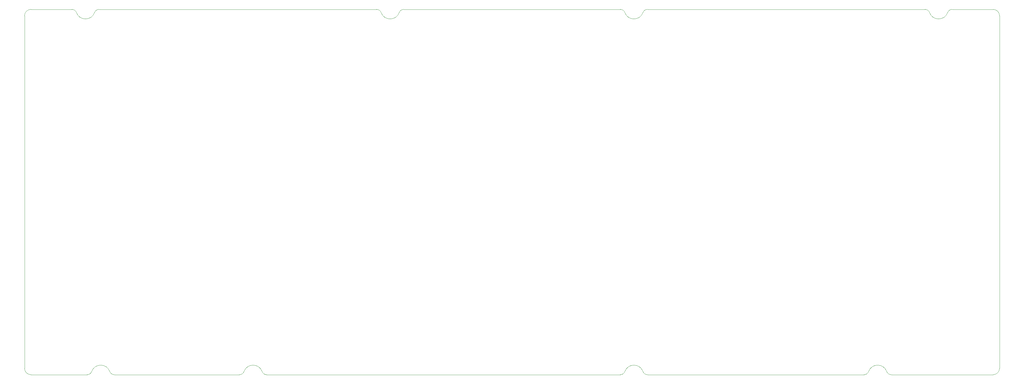
<source format=gm1>
G04 #@! TF.GenerationSoftware,KiCad,Pcbnew,7.0.2*
G04 #@! TF.CreationDate,2023-04-27T19:56:02+01:00*
G04 #@! TF.ProjectId,ISO75+STM+PKRGB,49534f37-352b-4535-944d-2b504b524742,rev?*
G04 #@! TF.SameCoordinates,Original*
G04 #@! TF.FileFunction,Profile,NP*
%FSLAX46Y46*%
G04 Gerber Fmt 4.6, Leading zero omitted, Abs format (unit mm)*
G04 Created by KiCad (PCBNEW 7.0.2) date 2023-04-27 19:56:02*
%MOMM*%
%LPD*%
G01*
G04 APERTURE LIST*
G04 #@! TA.AperFunction,Profile*
%ADD10C,0.100000*%
G04 #@! TD*
G04 APERTURE END LIST*
D10*
X131242637Y-12700037D02*
G75*
G03*
X129828426Y-13699999I-37J-1499963D01*
G01*
X86965891Y-126000013D02*
G75*
G03*
X88380141Y-127000000I1414209J500013D01*
G01*
X14700000Y-12700000D02*
X27507353Y-12700000D01*
X131242637Y-12700000D02*
X198957354Y-12700000D01*
X295621569Y-13699998D02*
G75*
G03*
X301278421Y-13699998I2828426J1000000D01*
G01*
X40950000Y-127000000D02*
X40755136Y-127000000D01*
X39340890Y-126000011D02*
G75*
G03*
X40755136Y-127000000I1414210J500011D01*
G01*
X315500000Y-127000000D02*
G75*
G03*
X317500000Y-125000000I0J2000000D01*
G01*
X35992640Y-12700037D02*
G75*
G03*
X34578425Y-13700001I-40J-1499963D01*
G01*
X206028453Y-125999989D02*
G75*
G03*
X207442631Y-127000000I1414147J499889D01*
G01*
X124171610Y-13699983D02*
G75*
G03*
X122757353Y-12699998I-1414210J-500017D01*
G01*
X207442636Y-12700000D02*
X294207354Y-12700000D01*
X124171574Y-13699995D02*
G75*
G03*
X129828424Y-13699999I2828426J999995D01*
G01*
X14700000Y-12700000D02*
G75*
G03*
X12700000Y-14700000I0J-2000000D01*
G01*
X315500000Y-127000000D02*
X283642636Y-127000000D01*
X86965926Y-126000000D02*
G75*
G03*
X81309074Y-126000000I-2828426J-1000000D01*
G01*
X79882350Y-127000000D02*
X79700000Y-127000000D01*
X275157351Y-126999983D02*
G75*
G03*
X276571567Y-125999998I-51J1500083D01*
G01*
X198957354Y-127000000D02*
X88380141Y-127000000D01*
X317500000Y-14700000D02*
G75*
G03*
X315500000Y-12700000I-2000000J0D01*
G01*
X282228421Y-125999998D02*
G75*
G03*
X276571569Y-125999998I-2828426J-1000000D01*
G01*
X12700000Y-125000000D02*
X12700000Y-14700000D01*
X35992640Y-12700000D02*
X122757353Y-12700000D01*
X275157351Y-127000000D02*
X207442631Y-127000000D01*
X295621547Y-13700005D02*
G75*
G03*
X294207354Y-12699998I-1414147J-499895D01*
G01*
X39340921Y-126000000D02*
G75*
G03*
X33684069Y-126000000I-2828426J-1000000D01*
G01*
X302692636Y-12700000D02*
X315500000Y-12700000D01*
X302692636Y-12700008D02*
G75*
G03*
X301278425Y-13699999I64J-1500092D01*
G01*
X207442636Y-12700008D02*
G75*
G03*
X206028425Y-13699999I64J-1500092D01*
G01*
X79890684Y-126999955D02*
G75*
G03*
X81309072Y-126000000I4216J1499955D01*
G01*
X79890684Y-127000000D02*
X79882350Y-127000000D01*
X79700000Y-127000000D02*
X40950000Y-127000000D01*
X282228455Y-125999987D02*
G75*
G03*
X283642636Y-126999998I1414145J499887D01*
G01*
X317500000Y-14700000D02*
X317500000Y-125000000D01*
X198957354Y-126999984D02*
G75*
G03*
X200371567Y-126000000I-54J1500084D01*
G01*
X32269854Y-127000000D02*
X14700000Y-127000000D01*
X200371547Y-13700005D02*
G75*
G03*
X198957354Y-12699998I-1414147J-499895D01*
G01*
X28921608Y-13699984D02*
G75*
G03*
X27507353Y-12700000I-1414208J-500016D01*
G01*
X32269854Y-126999957D02*
G75*
G03*
X33684068Y-126000000I46J1499957D01*
G01*
X28921574Y-13699996D02*
G75*
G03*
X34578425Y-13700001I2828426J999996D01*
G01*
X12700000Y-125000000D02*
G75*
G03*
X14700000Y-127000000I2000000J0D01*
G01*
X200371569Y-13699998D02*
G75*
G03*
X206028421Y-13699998I2828426J1000000D01*
G01*
X206028421Y-126000000D02*
G75*
G03*
X200371569Y-126000000I-2828426J-1000000D01*
G01*
M02*

</source>
